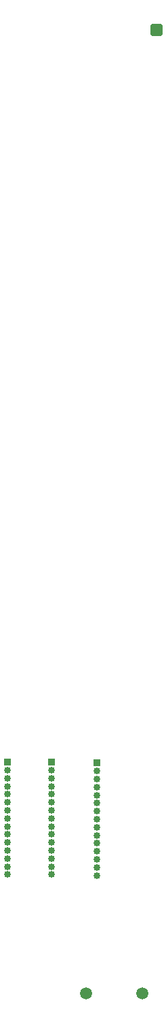
<source format=gbr>
%TF.GenerationSoftware,KiCad,Pcbnew,8.0.2*%
%TF.CreationDate,2024-06-30T04:14:52+02:00*%
%TF.ProjectId,Undroid,556e6472-6f69-4642-9e6b-696361645f70,rev?*%
%TF.SameCoordinates,Original*%
%TF.FileFunction,Soldermask,Bot*%
%TF.FilePolarity,Negative*%
%FSLAX46Y46*%
G04 Gerber Fmt 4.6, Leading zero omitted, Abs format (unit mm)*
G04 Created by KiCad (PCBNEW 8.0.2) date 2024-06-30 04:14:52*
%MOMM*%
%LPD*%
G01*
G04 APERTURE LIST*
G04 Aperture macros list*
%AMRoundRect*
0 Rectangle with rounded corners*
0 $1 Rounding radius*
0 $2 $3 $4 $5 $6 $7 $8 $9 X,Y pos of 4 corners*
0 Add a 4 corners polygon primitive as box body*
4,1,4,$2,$3,$4,$5,$6,$7,$8,$9,$2,$3,0*
0 Add four circle primitives for the rounded corners*
1,1,$1+$1,$2,$3*
1,1,$1+$1,$4,$5*
1,1,$1+$1,$6,$7*
1,1,$1+$1,$8,$9*
0 Add four rect primitives between the rounded corners*
20,1,$1+$1,$2,$3,$4,$5,0*
20,1,$1+$1,$4,$5,$6,$7,0*
20,1,$1+$1,$6,$7,$8,$9,0*
20,1,$1+$1,$8,$9,$2,$3,0*%
G04 Aperture macros list end*
%ADD10R,0.850000X0.850000*%
%ADD11O,0.850000X0.850000*%
%ADD12RoundRect,0.246063X-0.503937X-0.503937X0.503937X-0.503937X0.503937X0.503937X-0.503937X0.503937X0*%
%ADD13C,1.500000*%
G04 APERTURE END LIST*
D10*
%TO.C,MBCI_VIDEO1*%
X175600000Y-126800000D03*
D11*
X175600000Y-127800000D03*
X175600000Y-128800000D03*
X175600000Y-129800000D03*
X175600000Y-130800000D03*
X175600000Y-131800000D03*
X175600000Y-132800000D03*
X175600000Y-133800000D03*
X175600000Y-134800000D03*
X175600000Y-135800000D03*
X175600000Y-136800000D03*
X175600000Y-137800000D03*
X175600000Y-138800000D03*
X175600000Y-139800000D03*
X175600000Y-140800000D03*
%TD*%
D10*
%TO.C,MBCI_IO1*%
X164400000Y-126700000D03*
D11*
X164400000Y-127700000D03*
X164400000Y-128700000D03*
X164400000Y-129700000D03*
X164400000Y-130700000D03*
X164400000Y-131700000D03*
X164400000Y-132700000D03*
X164400000Y-133700000D03*
X164400000Y-134700000D03*
X164400000Y-135700000D03*
X164400000Y-136700000D03*
X164400000Y-137700000D03*
X164400000Y-138700000D03*
X164400000Y-139700000D03*
X164400000Y-140700000D03*
%TD*%
D12*
%TO.C,ANT1*%
X183000000Y-35600000D03*
%TD*%
D10*
%TO.C,MBCI_NETWORK1*%
X169900000Y-126700000D03*
D11*
X169900000Y-127700000D03*
X169900000Y-128700000D03*
X169900000Y-129700000D03*
X169900000Y-130700000D03*
X169900000Y-131700000D03*
X169900000Y-132700000D03*
X169900000Y-133700000D03*
X169900000Y-134700000D03*
X169900000Y-135700000D03*
X169900000Y-136700000D03*
X169900000Y-137700000D03*
X169900000Y-138700000D03*
X169900000Y-139700000D03*
X169900000Y-140700000D03*
%TD*%
D13*
%TO.C,JACK_PORT1*%
X174225000Y-155500000D03*
X181225000Y-155500000D03*
%TD*%
M02*

</source>
